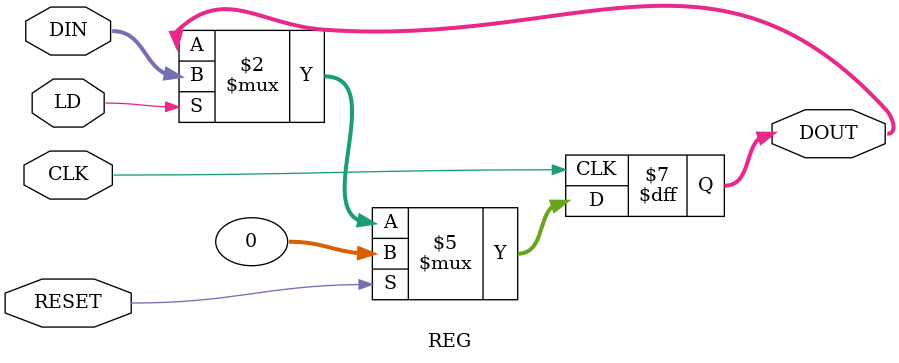
<source format=sv>
module REG #(N=32) (// Inputs
                   input logic CLK, LD, RESET,
                   input logic [N-1:0] DIN,
                   // Outputs
                   output logic [N-1:0] DOUT
                  );

always_ff @ (posedge CLK ) begin
  if(RESET)
    DOUT <= 16'h0000;
  else if (LD)
    DOUT <= DIN;
end

endmodule

</source>
